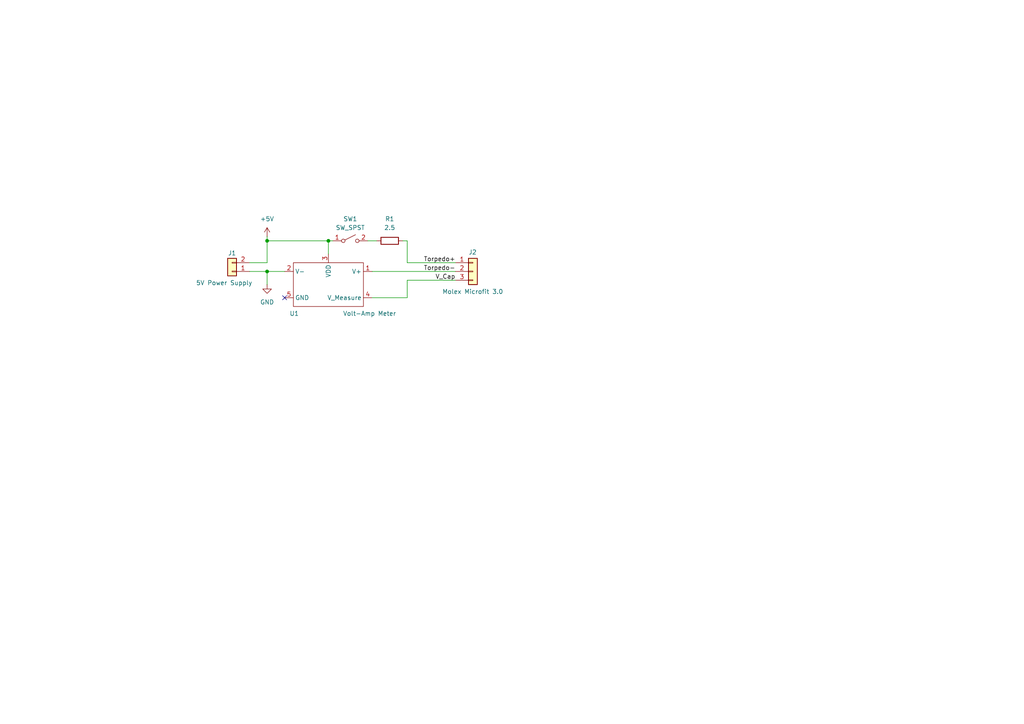
<source format=kicad_sch>
(kicad_sch (version 20231120) (generator "eeschema") (generator_version "8.0")
  (paper "A4")
  (lib_symbols
    (symbol "Connector_Generic:Conn_01x02" (pin_names (offset 1.016) hide)
      (property "Reference" "J" (at 0 2.54 0))
      (property "Value" "Conn_01x02" (at 0 -5.08 0))
      (symbol "Conn_01x02_1_1"
        (rectangle (start -1.27 -2.413) (end 0 -2.667) (stroke (width 0.1524)))
        (rectangle (start -1.27 0.127) (end 0 -0.127) (stroke (width 0.1524)))
        (rectangle (start -1.27 1.27) (end 1.27 -3.81) (stroke (width 0.254)) (fill (type background)))
        (pin passive line (at -5.08 0 0) (length 3.81) (name "Pin_1") (number "1"))
        (pin passive line (at -5.08 -2.54 0) (length 3.81) (name "Pin_2") (number "2"))
      )
    )
    (symbol "Connector_Generic:Conn_01x03" (pin_names (offset 1.016) hide)
      (property "Reference" "J" (at 0 5.08 0))
      (property "Value" "Conn_01x03" (at 0 -5.08 0))
      (symbol "Conn_01x03_1_1"
        (rectangle (start -1.27 -2.413) (end 0 -2.667) (stroke (width 0.1524)))
        (rectangle (start -1.27 0.127) (end 0 -0.127) (stroke (width 0.1524)))
        (rectangle (start -1.27 2.667) (end 0 2.413) (stroke (width 0.1524)))
        (rectangle (start -1.27 3.81) (end 1.27 -3.81) (stroke (width 0.254)) (fill (type background)))
        (pin passive line (at -5.08 2.54 0) (length 3.81) (name "Pin_1") (number "1"))
        (pin passive line (at -5.08 0 0) (length 3.81) (name "Pin_2") (number "2"))
        (pin passive line (at -5.08 -2.54 0) (length 3.81) (name "Pin_3") (number "3"))
      )
    )
    (symbol "Device:R" (pin_numbers hide) (pin_names (offset 0))
      (property "Reference" "R" (at 2.032 0 90))
      (property "Value" "R" (at 0 0 90))
      (symbol "R_0_1"
        (rectangle (start -1.016 -2.54) (end 1.016 2.54) (stroke (width 0.254)))
      )
      (symbol "R_1_1"
        (pin passive line (at 0 3.81 270) (length 1.27) (name "~") (number "1"))
        (pin passive line (at 0 -3.81 90) (length 1.27) (name "~") (number "2"))
      )
    )
    (symbol "Switch:SW_SPST" (pin_names (offset 0) hide)
      (property "Reference" "SW" (at 0 3.175 0))
      (property "Value" "SW_SPST" (at 0 -2.54 0))
      (symbol "SW_SPST_0_0"
        (circle (center -2.032 0) (radius 0.508))
        (polyline (pts (xy -1.524 0.254) (xy 1.524 1.778)))
        (circle (center 2.032 0) (radius 0.508))
      )
      (symbol "SW_SPST_1_1"
        (pin passive line (at -5.08 0 0) (length 2.54) (name "A") (number "1"))
        (pin passive line (at 5.08 0 180) (length 2.54) (name "B") (number "2"))
      )
    )
    (symbol "power:+5V" (power) (pin_numbers hide) (pin_names (offset 0) hide)
      (property "Value" "+5V" (at 0 3.556 0))
      (symbol "+5V_0_1"
        (polyline (pts (xy -0.762 1.27) (xy 0 2.54)))
        (polyline (pts (xy 0 0) (xy 0 2.54)))
        (polyline (pts (xy 0 2.54) (xy 0.762 1.27)))
      )
      (symbol "+5V_1_1"
        (pin power_in line (at 0 0 90) (length 0) (name "~") (number "1"))
      )
    )
    (symbol "power:GND" (power) (pin_numbers hide) (pin_names (offset 0) hide)
      (property "Value" "GND" (at 0 -3.81 0))
      (symbol "GND_0_1"
        (polyline (pts (xy 0 0) (xy 0 -1.27) (xy 1.27 -1.27) (xy 0 -2.54) (xy -1.27 -1.27) (xy 0 -1.27)))
      )
      (symbol "GND_1_1"
        (pin power_in line (at 0 0 270) (length 0) (name "~") (number "1"))
      )
    )
    (symbol "volt-amp:Volt-Amp_Meter"
      (property "Reference" "U" (at 9.652 0.762 0))
      (symbol "Volt-Amp_Meter_0_1"
        (rectangle (start -10.16 0) (end 10.16 -12.7))
      )
      (symbol "Volt-Amp_Meter_1_1"
        (pin input line (at 12.7 -2.54 180) (length 2.54) (name "V+") (number "1"))
        (pin input line (at -12.7 -2.54 0) (length 2.54) (name "V-") (number "2"))
        (pin input line (at 0 2.54 270) (length 2.54) (name "VDD") (number "3"))
        (pin input line (at 12.7 -10.16 180) (length 2.54) (name "V_Measure") (number "4"))
        (pin input line (at -12.7 -10.16 0) (length 2.54) (name "GND") (number "5"))
      )
    )
  )
  (junction (at 95.25 69.85))
  (junction (at 77.47 78.74))
  (junction (at 77.47 69.85))
  (no_connect (at 82.55 86.36))
  (wire (pts (xy 118.11 86.36) (xy 107.95 86.36)))
  (wire (pts (xy 77.47 76.2) (xy 77.47 69.85)))
  (wire (pts (xy 118.11 69.85) (xy 116.84 69.85)))
  (wire (pts (xy 95.25 69.85) (xy 95.25 73.66)))
  (wire (pts (xy 72.39 76.2) (xy 77.47 76.2)))
  (wire (pts (xy 132.08 76.2) (xy 118.11 76.2)))
  (wire (pts (xy 109.22 69.85) (xy 106.68 69.85)))
  (wire (pts (xy 72.39 78.74) (xy 77.47 78.74)))
  (wire (pts (xy 107.95 78.74) (xy 132.08 78.74)))
  (wire (pts (xy 96.52 69.85) (xy 95.25 69.85)))
  (wire (pts (xy 118.11 76.2) (xy 118.11 69.85)))
  (wire (pts (xy 77.47 69.85) (xy 95.25 69.85)))
  (wire (pts (xy 77.47 78.74) (xy 82.55 78.74)))
  (wire (pts (xy 77.47 82.55) (xy 77.47 78.74)))
  (wire (pts (xy 132.08 81.28) (xy 118.11 81.28)))
  (wire (pts (xy 118.11 81.28) (xy 118.11 86.36)))
  (wire (pts (xy 77.47 68.58) (xy 77.47 69.85)))
  (label "Torpedo-" (at 132.08 78.74 180))
  (label "Torpedo+" (at 132.08 76.2 180))
  (label "V_Cap" (at 132.08 81.28 180))
  (symbol (lib_id "Switch:SW_SPST") (at 101.6 69.85 0) (unit 1)
    (property "Reference" "SW1" (at 101.6 63.5 0))
    (property "Value" "SW_SPST" (at 101.6 66.04 0))
    (property "Description" "Single Pole Single Throw (SPST) switch" (effects (hide yes)))
  )
  (symbol (lib_id "power:GND") (at 77.47 82.55 0) (unit 1)
    (property "Reference" "#PWR01" (effects (hide yes)))
    (property "Value" "GND" (at 77.47 87.63 0))
    (property "Description" "Power symbol creates a global label with name \"GND\" , ground" (effects (hide yes)))
  )
  (symbol (lib_id "power:+5V") (at 77.47 68.58 0) (unit 1)
    (property "Reference" "#PWR02" (effects (hide yes)))
    (property "Value" "+5V" (at 77.47 63.5 0))
    (property "Description" "Power symbol creates a global label with name \"+5V\"" (effects (hide yes)))
  )
  (symbol (lib_id "volt-amp:Volt-Amp_Meter") (at 95.25 76.2 0) (unit 1)
    (property "Reference" "U1" (at 85.344 90.932 0))
    (property "Value" "Volt-Amp Meter" (at 107.188 90.932 0))
  )
  (symbol (lib_id "Connector_Generic:Conn_01x02") (at 67.31 78.74 180) (unit 1)
    (property "Reference" "J1" (at 67.31 73.406 0))
    (property "Value" "5V Power Supply" (at 65.024 82.042 0))
    (property "Description" "Generic connector, single row, 01x02, script generated (kicad-library-utils/schlib/autogen/connector/)" (effects (hide yes)))
  )
  (symbol (lib_id "Connector_Generic:Conn_01x03") (at 137.16 78.74 0) (unit 1)
    (property "Reference" "J2" (at 135.89 73.152 0) (effects (justify left)))
    (property "Value" "Molex Microfit 3.0" (at 128.27 84.582 0) (effects (justify left)))
    (property "Description" "Generic connector, single row, 01x03, script generated (kicad-library-utils/schlib/autogen/connector/)" (effects (hide yes)))
  )
  (symbol (lib_id "Device:R") (at 113.03 69.85 90) (unit 1)
    (property "Reference" "R1" (at 113.03 63.5 90))
    (property "Value" "2.5" (at 113.03 66.04 90))
    (property "Description" "Resistor" (effects (hide yes)))
  )
)
</source>
